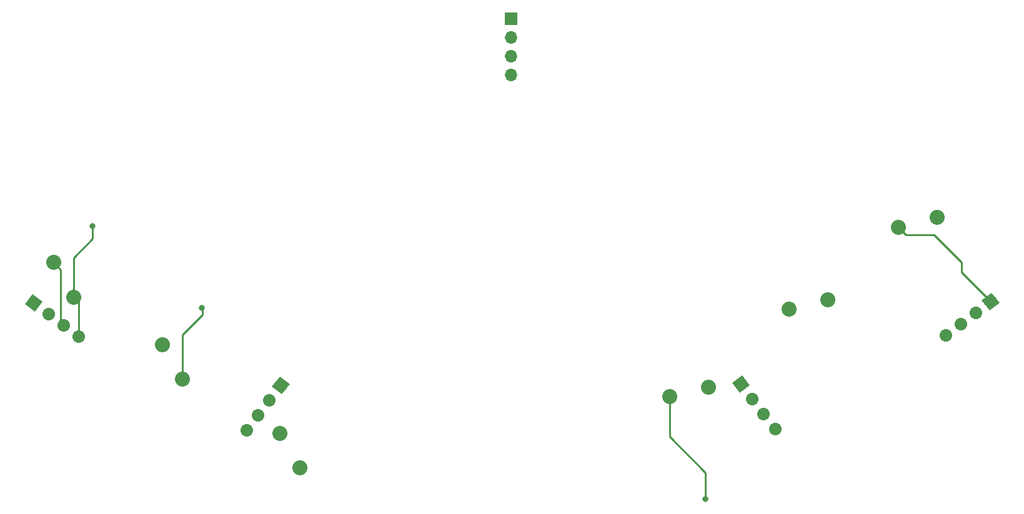
<source format=gbr>
G04 #@! TF.GenerationSoftware,KiCad,Pcbnew,(5.1.4)-1*
G04 #@! TF.CreationDate,2023-12-29T13:04:59-05:00*
G04 #@! TF.ProjectId,ThumbsUp,5468756d-6273-4557-902e-6b696361645f,rev?*
G04 #@! TF.SameCoordinates,Original*
G04 #@! TF.FileFunction,Copper,L1,Top*
G04 #@! TF.FilePolarity,Positive*
%FSLAX46Y46*%
G04 Gerber Fmt 4.6, Leading zero omitted, Abs format (unit mm)*
G04 Created by KiCad (PCBNEW (5.1.4)-1) date 2023-12-29 13:04:59*
%MOMM*%
%LPD*%
G04 APERTURE LIST*
%ADD10C,2.032000*%
%ADD11C,1.700000*%
%ADD12C,0.100000*%
%ADD13C,1.700000*%
%ADD14R,1.700000X1.700000*%
%ADD15O,1.700000X1.700000*%
%ADD16C,0.800000*%
%ADD17C,0.250000*%
%ADD18C,0.254000*%
G04 APERTURE END LIST*
D10*
X110076555Y108756810D03*
X107347189Y113443020D03*
D11*
X219570744Y119267924D03*
D12*
G36*
X218380361Y119435221D02*
G01*
X219738041Y120458307D01*
X220761127Y119100627D01*
X219403447Y118077541D01*
X218380361Y119435221D01*
X218380361Y119435221D01*
G37*
D11*
X217542210Y117739314D03*
D13*
X217542210Y117739314D02*
X217542210Y117739314D01*
D11*
X215513676Y116210704D03*
D13*
X215513676Y116210704D02*
X215513676Y116210704D01*
D11*
X213485141Y114682094D03*
D13*
X213485141Y114682094D02*
X213485141Y114682094D01*
D11*
X123390114Y107904167D03*
D12*
G36*
X122199731Y107736870D02*
G01*
X123222817Y109094550D01*
X124580497Y108071464D01*
X123557411Y106713784D01*
X122199731Y107736870D01*
X122199731Y107736870D01*
G37*
D11*
X121861504Y105875633D03*
D13*
X121861504Y105875633D02*
X121861504Y105875633D01*
D11*
X120332894Y103847099D03*
D13*
X120332894Y103847099D02*
X120332894Y103847099D01*
D11*
X118804284Y101818564D03*
D13*
X118804284Y101818564D02*
X118804284Y101818564D01*
D11*
X185777813Y108102769D03*
D12*
G36*
X185610516Y106912386D02*
G01*
X184587430Y108270066D01*
X185945110Y109293152D01*
X186968196Y107935472D01*
X185610516Y106912386D01*
X185610516Y106912386D01*
G37*
D11*
X187306423Y106074235D03*
D13*
X187306423Y106074235D02*
X187306423Y106074235D01*
D11*
X188835033Y104045701D03*
D13*
X188835033Y104045701D02*
X188835033Y104045701D01*
D11*
X190363643Y102017166D03*
D13*
X190363643Y102017166D02*
X190363643Y102017166D01*
D14*
X154628765Y157641751D03*
D15*
X154628765Y155101751D03*
X154628765Y152561751D03*
X154628765Y150021751D03*
D10*
X207059079Y129346889D03*
X212316068Y130678829D03*
X192284322Y118213311D03*
X197541311Y119545251D03*
X92572432Y124576597D03*
X95301798Y119890387D03*
D11*
X89877015Y119114319D03*
D12*
G36*
X90044312Y117923936D02*
G01*
X88686632Y118947022D01*
X89709718Y120304702D01*
X91067398Y119281616D01*
X90044312Y117923936D01*
X90044312Y117923936D01*
G37*
D11*
X91905549Y117585709D03*
D13*
X91905549Y117585709D02*
X91905549Y117585709D01*
D11*
X93934083Y116057099D03*
D13*
X93934083Y116057099D02*
X93934083Y116057099D01*
D11*
X95962618Y114528489D03*
D13*
X95962618Y114528489D02*
X95962618Y114528489D01*
D10*
X181346280Y107703890D03*
X176089291Y106371950D03*
X123269925Y101444260D03*
X125999291Y96758050D03*
D16*
X97870000Y129530000D03*
X112720000Y118430000D03*
X180920000Y92542990D03*
D17*
X95301798Y125211798D02*
X97870000Y127780000D01*
X95962618Y114528489D02*
X95962618Y119229567D01*
X95962618Y119229567D02*
X95301798Y119890387D01*
X95301798Y119890387D02*
X95301798Y125211798D01*
X97870000Y127780000D02*
X97870000Y129530000D01*
X93520000Y123629029D02*
X92572432Y124576597D01*
X93520000Y116471182D02*
X93520000Y123629029D01*
X93934083Y116057099D02*
X93520000Y116471182D01*
X112720000Y118330000D02*
X112720000Y118430000D01*
X112770000Y117480000D02*
X112770000Y118280000D01*
X110076555Y114786555D02*
X112770000Y117480000D01*
X110076555Y108756810D02*
X110076555Y114786555D01*
X112770000Y118280000D02*
X112720000Y118330000D01*
X211869110Y128330890D02*
X215620000Y124580000D01*
X215620000Y124580000D02*
X215620000Y123218668D01*
X207059079Y129346889D02*
X208075078Y128330890D01*
X208075078Y128330890D02*
X211869110Y128330890D01*
X215620000Y123218668D02*
X219570744Y119267924D01*
D18*
X180920000Y96110000D02*
X180920000Y93108675D01*
X176089291Y100940709D02*
X180920000Y96110000D01*
X180920000Y93108675D02*
X180920000Y92542990D01*
X176089291Y106371950D02*
X176089291Y100940709D01*
M02*

</source>
